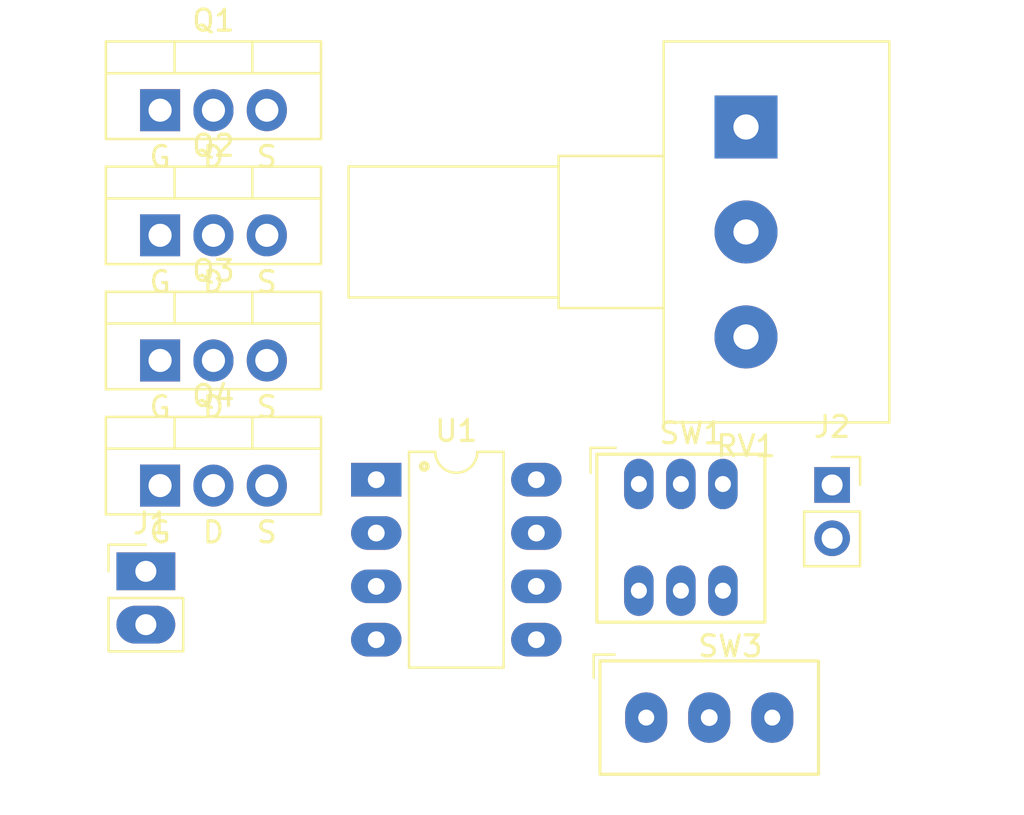
<source format=kicad_pcb>
(kicad_pcb (version 20240108) (generator "pcbnew") (generator_version "8.0")
  (layers (0 "F.Cu" signal) (31 "B.Cu" signal) (34 "B.Paste" user) (35 "F.Paste" user) (36 "B.SilkS" user "B.Silkscreen") (37 "F.SilkS" user "F.Silkscreen") (38 "B.Mask" user) (39 "F.Mask" user) (44 "Edge.Cuts" user))
  (net 0 "")
  (net 1 "MOTOR_L")
  (net 2 "MOTOR_R")
  (net 3 "Net-(U1A--)")
  (net 4 "GND")
  (net 5 "SRC_L")
  (net 6 "STER")
  (net 7 "+15V")
  (net 8 "SRC_R")
  (net 9 "V_CONST")
  (net 10 "Net-(RV1-Pad1)")
  (footprint "PCM_Package_TO_SOT_THT_AKL:TO-220-3_Vertical_GDS" (layer "F.Cu") (at 94.86 63.53)
    (property "Reference" "Q2" (at 2.54 -4.27 0) (layer "F.SilkS"))
    (property "Value" "IRF4905" (hide yes))
    (fp_line (start -2.58 -3.27) (end -2.58 1.371) (stroke (width 0.12)) (layer "F.SilkS"))
    (fp_line (start -2.58 -3.27) (end 7.66 -3.27) (stroke (width 0.12)) (layer "F.SilkS"))
    (fp_line (start -2.58 -1.76) (end 7.66 -1.76) (stroke (width 0.12)) (layer "F.SilkS"))
    (fp_line (start -2.58 1.371) (end 7.66 1.371) (stroke (width 0.12)) (layer "F.SilkS"))
    (fp_line (start 0.69 -3.27) (end 0.69 -1.76) (stroke (width 0.12)) (layer "F.SilkS"))
    (fp_line (start 4.391 -3.27) (end 4.391 -1.76) (stroke (width 0.12)) (layer "F.SilkS"))
    (fp_line (start 7.66 -3.27) (end 7.66 1.371) (stroke (width 0.12)) (layer "F.SilkS"))
    (fp_text user "S" (at 5.08 2.2225 0) (layer "F.SilkS"))
    (fp_text user "D" (at 2.54 2.2225 0) (layer "F.SilkS"))
    (fp_text user "G" (at 0 2.2225 0) (layer "F.SilkS"))
    (pad "1" thru_hole rect (at 0 0) (size 1.905 2) (drill 1.1) (layers "*.Cu" "*.Mask") (net 6 "STER"))
    (pad "2" thru_hole oval (at 2.54 0) (size 1.905 2) (drill 1.1) (layers "*.Cu" "*.Mask") (net 5 "SRC_L"))
    (pad "3" thru_hole oval (at 5.08 0) (size 1.905 2) (drill 1.1) (layers "*.Cu" "*.Mask") (net 7 "+15V"))
  )
  (footprint "PCM_Package_TO_SOT_THT_AKL:TO-220-3_Vertical_GDS" (layer "F.Cu") (at 94.86 57.57)
    (property "Reference" "Q1" (at 2.54 -4.27 0) (layer "F.SilkS"))
    (property "Value" "IRFZ44" (hide yes))
    (fp_line (start -2.58 -3.27) (end -2.58 1.371) (stroke (width 0.12)) (layer "F.SilkS"))
    (fp_line (start -2.58 -3.27) (end 7.66 -3.27) (stroke (width 0.12)) (layer "F.SilkS"))
    (fp_line (start -2.58 -1.76) (end 7.66 -1.76) (stroke (width 0.12)) (layer "F.SilkS"))
    (fp_line (start -2.58 1.371) (end 7.66 1.371) (stroke (width 0.12)) (layer "F.SilkS"))
    (fp_line (start 0.69 -3.27) (end 0.69 -1.76) (stroke (width 0.12)) (layer "F.SilkS"))
    (fp_line (start 4.391 -3.27) (end 4.391 -1.76) (stroke (width 0.12)) (layer "F.SilkS"))
    (fp_line (start 7.66 -3.27) (end 7.66 1.371) (stroke (width 0.12)) (layer "F.SilkS"))
    (fp_text user "G" (at 0 2.2225 0) (layer "F.SilkS"))
    (fp_text user "S" (at 5.08 2.2225 0) (layer "F.SilkS"))
    (fp_text user "D" (at 2.54 2.2225 0) (layer "F.SilkS"))
    (pad "1" thru_hole rect (at 0 0) (size 1.905 2) (drill 1.1) (layers "*.Cu" "*.Mask") (net 6 "STER"))
    (pad "2" thru_hole oval (at 2.54 0) (size 1.905 2) (drill 1.1) (layers "*.Cu" "*.Mask") (net 5 "SRC_L"))
    (pad "3" thru_hole oval (at 5.08 0) (size 1.905 2) (drill 1.1) (layers "*.Cu" "*.Mask") (net 4 "GND"))
  )
  (footprint "PCM_SL_Devices:Interlocking_Switch_6-pin_7x7mm" (layer "F.Cu") (at 117.65 80.455)
    (property "Reference" "SW1" (at 2.5 -7.5 0) (layer "F.SilkS"))
    (property "Value" "Interlocking_Switch_6pins_7x7mm")
    (fp_line (start -2.3 -6.8) (end -2.3 -5.6) (stroke (width 0.12)) (layer "F.SilkS"))
    (fp_line (start -1.1 -6.8) (end -2.3 -6.8) (stroke (width 0.12)) (layer "F.SilkS"))
    (fp_rect (start -2 -6.5) (end 6 1.5) (stroke (width 0.15)) (fill none) (layer "F.SilkS"))
    (pad "1" thru_hole oval (at 0 0) (size 1.4 2.4) (drill 0.762) (layers "*.Cu" "*.Mask") (net 5 "SRC_L"))
    (pad "2" thru_hole oval (at 2 0) (size 1.4 2.4) (drill 0.762) (layers "*.Cu" "*.Mask") (net 1 "MOTOR_L"))
    (pad "3" thru_hole oval (at 4 0) (size 1.4 2.4) (drill 0.762) (layers "*.Cu" "*.Mask") (net 4 "GND"))
    (pad "4" thru_hole oval (at 4 -5.08) (size 1.4 2.4) (drill 0.762) (layers "*.Cu" "*.Mask") (net 8 "SRC_R"))
    (pad "5" thru_hole oval (at 2 -5.08) (size 1.4 2.4) (drill 0.762) (layers "*.Cu" "*.Mask") (net 2 "MOTOR_R"))
    (pad "6" thru_hole oval (at 0 -5.08) (size 1.4 2.4) (drill 0.762) (layers "*.Cu" "*.Mask") (net 4 "GND"))
  )
  (footprint "Connector_PinSocket_2.54mm:PinSocket_1x02_P2.54mm_Vertical" (layer "F.Cu") (at 126.85 75.42)
    (property "Reference" "J2" (at 0 -2.77 0) (layer "F.SilkS"))
    (property "Value" "PINHD_1x2_Female")
    (fp_line (start -1.33 1.27) (end -1.33 3.87) (stroke (width 0.12)) (layer "F.SilkS"))
    (fp_line (start -1.33 1.27) (end 1.33 1.27) (stroke (width 0.12)) (layer "F.SilkS"))
    (fp_line (start -1.33 3.87) (end 1.33 3.87) (stroke (width 0.12)) (layer "F.SilkS"))
    (fp_line (start 0 -1.33) (end 1.33 -1.33) (stroke (width 0.12)) (layer "F.SilkS"))
    (fp_line (start 1.33 -1.33) (end 1.33 0) (stroke (width 0.12)) (layer "F.SilkS"))
    (fp_line (start 1.33 1.27) (end 1.33 3.87) (stroke (width 0.12)) (layer "F.SilkS"))
    (pad "1" thru_hole rect (at 0 0) (size 1.7 1.7) (drill 1) (layers "*.Cu" "*.Mask") (net 4 "GND"))
    (pad "2" thru_hole oval (at 0 2.54) (size 1.7 1.7) (drill 1) (layers "*.Cu" "*.Mask") (net 3 "Net-(U1A--)"))
  )
  (footprint "PCM_SL_Devices:Slide_Switch_SPDT_P3mm_10x5x10mm" (layer "F.Cu") (at 118 86.5)
    (property "Reference" "SW3" (at 4 -3.4 0) (layer "F.SilkS"))
    (property "Value" "Slide_Switch_SPDT_P3mm_10x5x10mm")
    (fp_line (start -2.5 -3) (end -1.9 -3) (stroke (width 0.12)) (layer "F.SilkS"))
    (fp_line (start -2.5 -2.8) (end -2.5 -3) (stroke (width 0.12)) (layer "F.SilkS"))
    (fp_line (start -2.5 -1.9) (end -2.5 -2.8) (stroke (width 0.12)) (layer "F.SilkS"))
    (fp_line (start -1.9 -3) (end -1.5 -3) (stroke (width 0.12)) (layer "F.SilkS"))
    (fp_rect (start -2.2 -2.7) (end 8.2 2.7) (stroke (width 0.15)) (fill none) (layer "F.SilkS"))
    (pad "1" thru_hole oval (at 0 0) (size 2 2.4) (drill 0.762) (layers "*.Cu" "*.Mask"))
    (pad "2" thru_hole oval (at 3 0) (size 2 2.4) (drill 0.8) (layers "*.Cu" "*.Mask") (net 10 "Net-(RV1-Pad1)"))
    (pad "3" thru_hole oval (at 6 0) (size 2 2.4) (drill 0.762) (layers "*.Cu" "*.Mask"))
  )
  (footprint "PCM_Package_TO_SOT_THT_AKL:TO-220-3_Vertical_GDS" (layer "F.Cu") (at 94.86 75.45)
    (property "Reference" "Q4" (at 2.54 -4.27 0) (layer "F.SilkS"))
    (property "Value" "IRFZ44" (hide yes))
    (fp_line (start -2.58 -3.27) (end -2.58 1.371) (stroke (width 0.12)) (layer "F.SilkS"))
    (fp_line (start -2.58 -3.27) (end 7.66 -3.27) (stroke (width 0.12)) (layer "F.SilkS"))
    (fp_line (start -2.58 -1.76) (end 7.66 -1.76) (stroke (width 0.12)) (layer "F.SilkS"))
    (fp_line (start -2.58 1.371) (end 7.66 1.371) (stroke (width 0.12)) (layer "F.SilkS"))
    (fp_line (start 0.69 -3.27) (end 0.69 -1.76) (stroke (width 0.12)) (layer "F.SilkS"))
    (fp_line (start 4.391 -3.27) (end 4.391 -1.76) (stroke (width 0.12)) (layer "F.SilkS"))
    (fp_line (start 7.66 -3.27) (end 7.66 1.371) (stroke (width 0.12)) (layer "F.SilkS"))
    (fp_text user "G" (at 0 2.2225 0) (layer "F.SilkS"))
    (fp_text user "S" (at 5.08 2.2225 0) (layer "F.SilkS"))
    (fp_text user "D" (at 2.54 2.2225 0) (layer "F.SilkS"))
    (pad "1" thru_hole rect (at 0 0) (size 1.905 2) (drill 1.1) (layers "*.Cu" "*.Mask") (net 6 "STER"))
    (pad "2" thru_hole oval (at 2.54 0) (size 1.905 2) (drill 1.1) (layers "*.Cu" "*.Mask") (net 8 "SRC_R"))
    (pad "3" thru_hole oval (at 5.08 0) (size 1.905 2) (drill 1.1) (layers "*.Cu" "*.Mask") (net 4 "GND"))
  )
  (footprint "PCM_Package_DIP_AKL:DIP-8_W7.62mm_LongPads" (layer "F.Cu") (at 105.15 75.17)
    (property "Reference" "U1" (at 3.81 -2.33 0) (layer "F.SilkS"))
    (property "Value" "TJM4558CN" (hide yes))
    (fp_line (start 1.56 -1.33) (end 1.56 8.95) (stroke (width 0.12)) (layer "F.SilkS"))
    (fp_line (start 1.56 8.95) (end 6.06 8.95) (stroke (width 0.12)) (layer "F.SilkS"))
    (fp_line (start 2.81 -1.33) (end 1.56 -1.33) (stroke (width 0.12)) (layer "F.SilkS"))
    (fp_line (start 6.06 -1.33) (end 4.81 -1.33) (stroke (width 0.12)) (layer "F.SilkS"))
    (fp_line (start 6.06 8.95) (end 6.06 -1.33) (stroke (width 0.12)) (layer "F.SilkS"))
    (fp_arc (start 4.81 -1.33) (mid 3.81 -0.33) (end 2.81 -1.33) (stroke (width 0.12)) (layer "F.SilkS"))
    (fp_circle (center 2.286 -0.635) (end 2.336 -0.635) (stroke (width 0.12)) (fill none) (layer "F.SilkS"))
    (fp_circle (center 2.286 -0.635) (end 2.411 -0.635) (stroke (width 0.12)) (fill none) (layer "F.SilkS"))
    (fp_circle (center 2.286 -0.635) (end 2.486 -0.635) (stroke (width 0.12)) (fill none) (layer "F.SilkS"))
    (pad "1" thru_hole rect (at 0 0) (size 2.4 1.6) (drill 0.8) (layers "*.Cu" "*.Mask") (net 6 "STER"))
    (pad "2" thru_hole oval (at 0 2.54) (size 2.4 1.6) (drill 0.8) (layers "*.Cu" "*.Mask") (net 3 "Net-(U1A--)"))
    (pad "3" thru_hole oval (at 0 5.08) (size 2.4 1.6) (drill 0.8) (layers "*.Cu" "*.Mask") (net 9 "V_CONST"))
    (pad "4" thru_hole oval (at 0 7.62) (size 2.4 1.6) (drill 0.8) (layers "*.Cu" "*.Mask") (net 4 "GND"))
    (pad "5" thru_hole oval (at 7.62 7.62) (size 2.4 1.6) (drill 0.8) (layers "*.Cu" "*.Mask"))
    (pad "6" thru_hole oval (at 7.62 5.08) (size 2.4 1.6) (drill 0.8) (layers "*.Cu" "*.Mask"))
    (pad "7" thru_hole oval (at 7.62 2.54) (size 2.4 1.6) (drill 0.8) (layers "*.Cu" "*.Mask"))
    (pad "8" thru_hole oval (at 7.62 0) (size 2.4 1.6) (drill 0.8) (layers "*.Cu" "*.Mask") (net 7 "+15V"))
  )
  (footprint "PCM_SL_Connectors:PinSocket_1x02_P2.54mm_Vertical" (layer "F.Cu") (at 94.182 79.534)
    (property "Reference" "J1" (at 0.254 -2.286 0) (layer "F.SilkS"))
    (property "Value" "PINHD_1x2_Female")
    (fp_line (start -1.778 -1.27) (end 0 -1.27) (stroke (width 0.12)) (layer "F.SilkS"))
    (fp_line (start -1.778 0) (end -1.778 -1.27) (stroke (width 0.12)) (layer "F.SilkS"))
    (fp_rect (start -1.778 1.27) (end 1.778 3.81) (stroke (width 0.12)) (fill none) (layer "F.SilkS"))
    (pad "1" thru_hole rect (at 0 0) (size 2.8 1.8) (drill 1) (layers "*.Cu" "*.Mask") (net 1 "MOTOR_L"))
    (pad "2" thru_hole oval (at 0 2.54) (size 2.8 1.8) (drill 1) (layers "*.Cu" "*.Mask") (net 2 "MOTOR_R"))
  )
  (footprint "Potentiometer_THT:Potentiometer_Alps_RK163_Single_Horizontal" (layer "F.Cu") (at 122.75 58.37)
    (property "Reference" "RV1" (at 0 15.2 180) (layer "F.SilkS"))
    (property "Value" "potentiometer_RK163")
    (fp_line (start -18.92 8.12) (end -18.92 1.88) (stroke (width 0.12)) (layer "F.SilkS"))
    (fp_line (start -8.92 1.88) (end -18.92 1.88) (stroke (width 0.12)) (layer "F.SilkS"))
    (fp_line (start -8.92 8.12) (end -18.92 8.12) (stroke (width 0.12)) (layer "F.SilkS"))
    (fp_line (start -8.92 8.62) (end -8.92 1.38) (stroke (width 0.12)) (layer "F.SilkS"))
    (fp_line (start -3.92 1.38) (end -8.92 1.38) (stroke (width 0.12)) (layer "F.SilkS"))
    (fp_line (start -3.92 8.62) (end -8.92 8.62) (stroke (width 0.12)) (layer "F.SilkS"))
    (fp_line (start -3.92 14.07) (end -3.92 -4.07) (stroke (width 0.12)) (layer "F.SilkS"))
    (fp_line (start 6.82 -4.07) (end -3.92 -4.07) (stroke (width 0.12)) (layer "F.SilkS"))
    (fp_line (start 6.82 14.07) (end -3.92 14.07) (stroke (width 0.12)) (layer "F.SilkS"))
    (fp_line (start 6.82 14.07) (end 6.82 -4.07) (stroke (width 0.12)) (layer "F.SilkS"))
    (pad "1" thru_hole rect (at 0 0 180) (size 3 3) (drill 1.2) (layers "*.Cu" "*.Mask") (net 10 "Net-(RV1-Pad1)"))
    (pad "2" thru_hole circle (at 0 5 180) (size 3 3) (drill 1.2) (layers "*.Cu" "*.Mask") (net 9 "V_CONST"))
    (pad "3" thru_hole circle (at 0 10 180) (size 3 3) (drill 1.2) (layers "*.Cu" "*.Mask") (net 4 "GND"))
  )
  (footprint "PCM_Package_TO_SOT_THT_AKL:TO-220-3_Vertical_GDS" (layer "F.Cu") (at 94.86 69.49)
    (property "Reference" "Q3" (at 2.54 -4.27 0) (layer "F.SilkS"))
    (property "Value" "IRF4905" (hide yes))
    (fp_line (start -2.58 -3.27) (end -2.58 1.371) (stroke (width 0.12)) (layer "F.SilkS"))
    (fp_line (start -2.58 -3.27) (end 7.66 -3.27) (stroke (width 0.12)) (layer "F.SilkS"))
    (fp_line (start -2.58 -1.76) (end 7.66 -1.76) (stroke (width 0.12)) (layer "F.SilkS"))
    (fp_line (start -2.58 1.371) (end 7.66 1.371) (stroke (width 0.12)) (layer "F.SilkS"))
    (fp_line (start 0.69 -3.27) (end 0.69 -1.76) (stroke (width 0.12)) (layer "F.SilkS"))
    (fp_line (start 4.391 -3.27) (end 4.391 -1.76) (stroke (width 0.12)) (layer "F.SilkS"))
    (fp_line (start 7.66 -3.27) (end 7.66 1.371) (stroke (width 0.12)) (layer "F.SilkS"))
    (fp_text user "D" (at 2.54 2.2225 0) (layer "F.SilkS"))
    (fp_text user "S" (at 5.08 2.2225 0) (layer "F.SilkS"))
    (fp_text user "G" (at 0 2.2225 0) (layer "F.SilkS"))
    (pad "1" thru_hole rect (at 0 0) (size 1.905 2) (drill 1.1) (layers "*.Cu" "*.Mask") (net 6 "STER"))
    (pad "2" thru_hole oval (at 2.54 0) (size 1.905 2) (drill 1.1) (layers "*.Cu" "*.Mask") (net 8 "SRC_R"))
    (pad "3" thru_hole oval (at 5.08 0) (size 1.905 2) (drill 1.1) (layers "*.Cu" "*.Mask") (net 7 "+15V"))
  )
)
</source>
